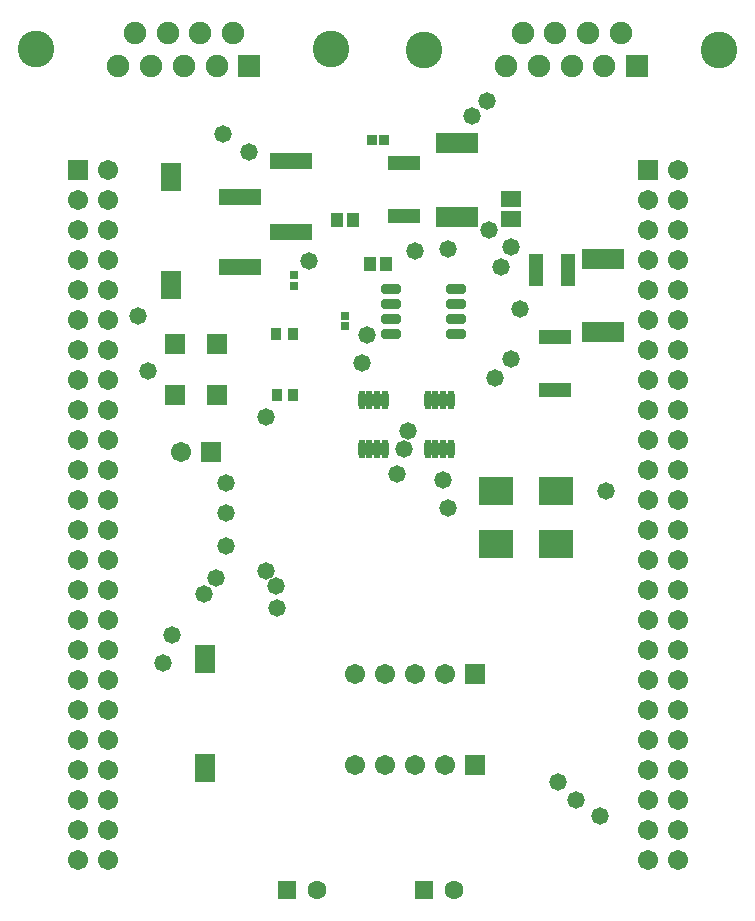
<source format=gts>
G04*
G04 #@! TF.GenerationSoftware,Altium Limited,Altium Designer,19.0.15 (446)*
G04*
G04 Layer_Color=8388736*
%FSLAX25Y25*%
%MOIN*%
G70*
G01*
G75*
%ADD31R,0.14383X0.06509*%
%ADD32R,0.13989X0.05721*%
%ADD33R,0.11036X0.04934*%
%ADD34R,0.04737X0.11036*%
G04:AMPARAMS|DCode=35|XSize=31.62mil|YSize=65.09mil|CornerRadius=6.01mil|HoleSize=0mil|Usage=FLASHONLY|Rotation=90.000|XOffset=0mil|YOffset=0mil|HoleType=Round|Shape=RoundedRectangle|*
%AMROUNDEDRECTD35*
21,1,0.03162,0.05307,0,0,90.0*
21,1,0.01961,0.06509,0,0,90.0*
1,1,0.01202,0.02653,0.00980*
1,1,0.01202,0.02653,-0.00980*
1,1,0.01202,-0.02653,-0.00980*
1,1,0.01202,-0.02653,0.00980*
%
%ADD35ROUNDEDRECTD35*%
%ADD36R,0.04343X0.04934*%
%ADD37R,0.02965X0.02965*%
%ADD38R,0.03359X0.03359*%
%ADD39R,0.06509X0.05524*%
%ADD40R,0.11599X0.09300*%
%ADD41O,0.02572X0.06312*%
%ADD42R,0.07099X0.09383*%
%ADD43R,0.07099X0.09461*%
%ADD44R,0.06706X0.06706*%
%ADD45R,0.03556X0.04343*%
%ADD46C,0.12217*%
%ADD47C,0.07493*%
%ADD48R,0.07493X0.07493*%
%ADD49C,0.06706*%
%ADD50R,0.06706X0.06706*%
%ADD51R,0.06312X0.06312*%
%ADD52C,0.06312*%
%ADD53C,0.05800*%
D31*
X338500Y398795D02*
D03*
Y423205D02*
D03*
X387000Y360327D02*
D03*
Y384736D02*
D03*
D32*
X283000Y417311D02*
D03*
Y393689D02*
D03*
X266000Y405500D02*
D03*
Y381878D02*
D03*
D33*
X320595Y416858D02*
D03*
Y399142D02*
D03*
X370941Y358785D02*
D03*
Y341068D02*
D03*
D34*
X364685Y381000D02*
D03*
X375315D02*
D03*
D35*
X337929Y359709D02*
D03*
Y364709D02*
D03*
Y369709D02*
D03*
Y374709D02*
D03*
X316472Y359709D02*
D03*
Y364709D02*
D03*
Y369709D02*
D03*
Y374709D02*
D03*
D36*
X298236Y397709D02*
D03*
X303551D02*
D03*
X309343Y383000D02*
D03*
X314657D02*
D03*
D37*
X284075Y375665D02*
D03*
Y379209D02*
D03*
X300894Y362228D02*
D03*
Y365772D02*
D03*
D38*
X313862Y424500D02*
D03*
X309925D02*
D03*
D39*
X356394Y404846D02*
D03*
Y398153D02*
D03*
D40*
X351394Y289799D02*
D03*
Y307201D02*
D03*
X371394Y289799D02*
D03*
Y307201D02*
D03*
D41*
X336232Y337571D02*
D03*
X333673D02*
D03*
X331114D02*
D03*
X328555D02*
D03*
X336232Y321429D02*
D03*
X333673D02*
D03*
X331114D02*
D03*
X328555D02*
D03*
X314232Y337571D02*
D03*
X311673D02*
D03*
X309114D02*
D03*
X306555D02*
D03*
X314232Y321429D02*
D03*
X311673D02*
D03*
X309114D02*
D03*
X306555D02*
D03*
D42*
X243000Y412090D02*
D03*
X254500Y251299D02*
D03*
D43*
X243000Y375909D02*
D03*
X254500Y215118D02*
D03*
D44*
X258283Y339500D02*
D03*
X244504D02*
D03*
X258283Y356500D02*
D03*
X244504D02*
D03*
X344394Y246500D02*
D03*
Y216000D02*
D03*
X256394Y320500D02*
D03*
D45*
X283756Y339500D02*
D03*
X278244D02*
D03*
X283650Y359709D02*
D03*
X278138D02*
D03*
D46*
X327394Y454500D02*
D03*
X425779D02*
D03*
X198118Y454591D02*
D03*
X296504D02*
D03*
D47*
X360228Y460090D02*
D03*
X371134D02*
D03*
X382039D02*
D03*
X392945D02*
D03*
X354776Y448910D02*
D03*
X365681D02*
D03*
X376587D02*
D03*
X387492D02*
D03*
X230953Y460181D02*
D03*
X241858D02*
D03*
X252764D02*
D03*
X263669D02*
D03*
X225500Y449000D02*
D03*
X236405D02*
D03*
X247311D02*
D03*
X258217D02*
D03*
D48*
X398398Y448910D02*
D03*
X269122Y449000D02*
D03*
D49*
X304394Y246500D02*
D03*
X314394D02*
D03*
X324394D02*
D03*
X334394D02*
D03*
X304394Y216000D02*
D03*
X314394D02*
D03*
X324394D02*
D03*
X334394D02*
D03*
X246394Y320500D02*
D03*
X221894Y414500D02*
D03*
X211894Y404500D02*
D03*
X221894D02*
D03*
X211894Y394500D02*
D03*
X221894D02*
D03*
X211894Y384500D02*
D03*
X221894D02*
D03*
X211894Y374500D02*
D03*
X221894D02*
D03*
X211894Y364500D02*
D03*
X221894D02*
D03*
X211894Y354500D02*
D03*
X221894D02*
D03*
X211894Y344500D02*
D03*
X221894D02*
D03*
X211894Y334500D02*
D03*
X221894D02*
D03*
X211894Y324500D02*
D03*
X221894D02*
D03*
X211894Y314500D02*
D03*
X221894D02*
D03*
X211894Y304500D02*
D03*
X221894D02*
D03*
X211894Y294500D02*
D03*
X221894D02*
D03*
X211894Y284500D02*
D03*
X221894D02*
D03*
X211894Y274500D02*
D03*
X221894D02*
D03*
X211894Y264500D02*
D03*
X221894D02*
D03*
X211894Y254500D02*
D03*
X221894D02*
D03*
X211894Y244500D02*
D03*
X221894D02*
D03*
X211894Y234500D02*
D03*
X221894D02*
D03*
X211894Y224500D02*
D03*
X221894D02*
D03*
X211894Y214500D02*
D03*
X221894D02*
D03*
X211894Y204500D02*
D03*
X221894D02*
D03*
X211894Y194500D02*
D03*
X221894D02*
D03*
X211894Y184500D02*
D03*
X221894D02*
D03*
X412000Y414500D02*
D03*
X402000Y404500D02*
D03*
X412000D02*
D03*
X402000Y394500D02*
D03*
X412000D02*
D03*
X402000Y384500D02*
D03*
X412000D02*
D03*
X402000Y374500D02*
D03*
X412000D02*
D03*
X402000Y364500D02*
D03*
X412000D02*
D03*
X402000Y354500D02*
D03*
X412000D02*
D03*
X402000Y344500D02*
D03*
X412000D02*
D03*
X402000Y334500D02*
D03*
X412000D02*
D03*
X402000Y324500D02*
D03*
X412000D02*
D03*
X402000Y314500D02*
D03*
X412000D02*
D03*
X402000Y304500D02*
D03*
X412000D02*
D03*
X402000Y294500D02*
D03*
X412000D02*
D03*
X402000Y284500D02*
D03*
X412000D02*
D03*
X402000Y274500D02*
D03*
X412000D02*
D03*
X402000Y264500D02*
D03*
X412000D02*
D03*
X402000Y254500D02*
D03*
X412000D02*
D03*
X402000Y244500D02*
D03*
X412000D02*
D03*
X402000Y234500D02*
D03*
X412000D02*
D03*
X402000Y224500D02*
D03*
X412000D02*
D03*
X402000Y214500D02*
D03*
X412000D02*
D03*
X402000Y204500D02*
D03*
X412000D02*
D03*
X402000Y194500D02*
D03*
X412000D02*
D03*
X402000Y184500D02*
D03*
X412000D02*
D03*
D50*
X211894Y414500D02*
D03*
X402000D02*
D03*
D51*
X327394Y174500D02*
D03*
X281665D02*
D03*
D52*
X337394D02*
D03*
X291665D02*
D03*
D53*
X269122Y420500D02*
D03*
X260500Y426500D02*
D03*
X348500Y437500D02*
D03*
X353000Y381878D02*
D03*
X356394Y388653D02*
D03*
X359394Y368000D02*
D03*
X343500Y432500D02*
D03*
X349000Y394500D02*
D03*
X289094Y384000D02*
D03*
X324500Y387209D02*
D03*
X356500Y351209D02*
D03*
X308500Y359315D02*
D03*
X335489Y388000D02*
D03*
X335500Y301709D02*
D03*
X274658Y280851D02*
D03*
X278000Y275709D02*
D03*
X240500Y250047D02*
D03*
X274658Y332000D02*
D03*
X278500Y268209D02*
D03*
X372000Y210500D02*
D03*
X386000Y199000D02*
D03*
X378000Y204500D02*
D03*
X254000Y273000D02*
D03*
X243500Y259500D02*
D03*
X320595Y321282D02*
D03*
X388000Y307500D02*
D03*
X333673Y311000D02*
D03*
X318394Y313000D02*
D03*
X322000Y327500D02*
D03*
X306703Y350000D02*
D03*
X235394Y347500D02*
D03*
X261394Y310000D02*
D03*
X257894Y278500D02*
D03*
X261394Y300000D02*
D03*
Y289000D02*
D03*
X350894Y345000D02*
D03*
X231894Y365772D02*
D03*
M02*

</source>
